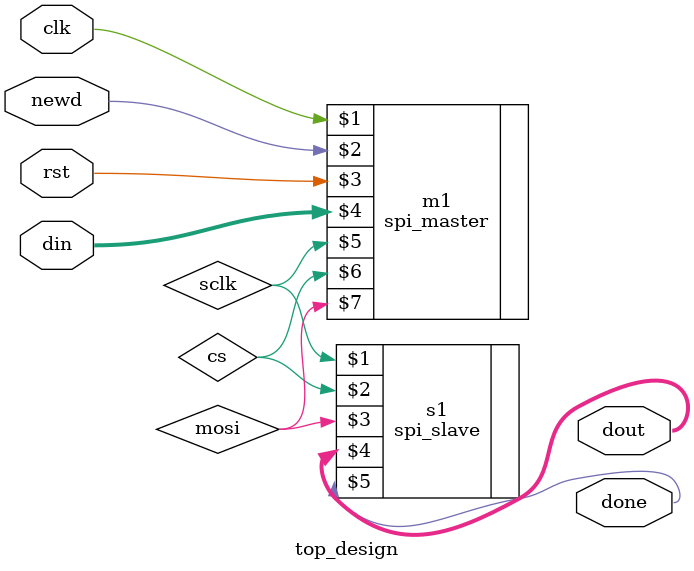
<source format=sv>
`include "spi_master_design.sv"
`include "spi_slave_design.sv"

module top_design(input clk,rst,newd, input [11:0] din, output [11:0] dout, output done);
  wire sclk,cs,mosi;
  
  spi_master m1(clk,newd,rst,din,sclk,cs,mosi);
  spi_slave s1(sclk,cs,mosi,dout,done);
  
endmodule

</source>
